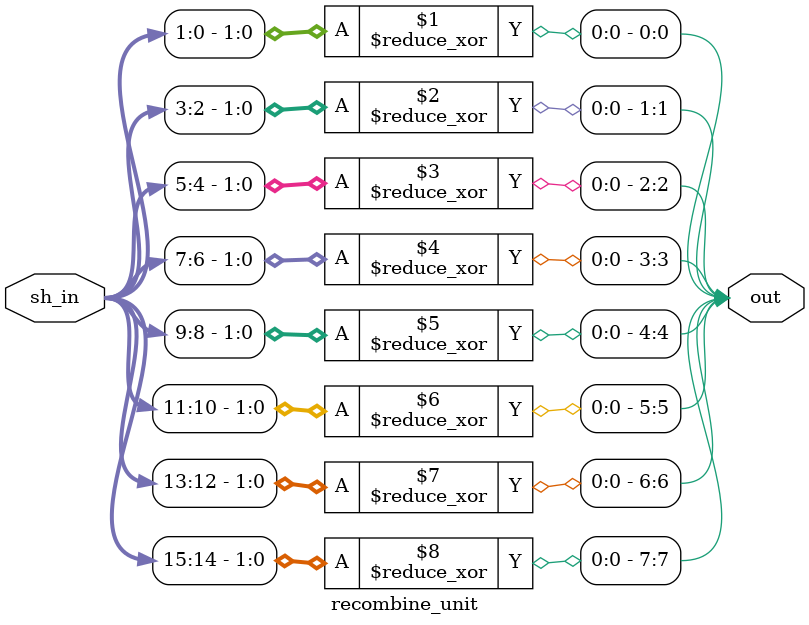
<source format=v>
module recombine_unit
#
(
    parameter d = 2,
    parameter count = 8
)
(
    input [d*count-1:0] sh_in,
    output [count-1:0] out
);

genvar i;
generate
for(i=0;i<count;i=i+1) begin: rec_bit
    assign out[i] = ^sh_in[i*d +: d];
end
endgenerate


endmodule

</source>
